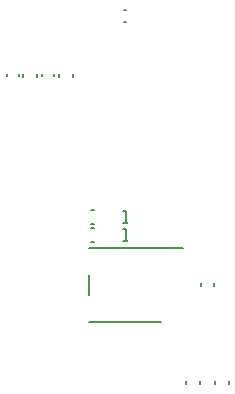
<source format=gbo>
G04*
G04 #@! TF.GenerationSoftware,Altium Limited,Altium Designer,23.3.1 (30)*
G04*
G04 Layer_Color=12040119*
%FSLAX43Y43*%
%MOMM*%
G71*
G04*
G04 #@! TF.SameCoordinates,291B95C8-E4AE-492A-8979-900EF43719B7*
G04*
G04*
G04 #@! TF.FilePolarity,Positive*
G04*
G01*
G75*
%ADD13C,0.150*%
D13*
X3918Y29630D02*
Y29870D01*
X5082Y29630D02*
Y29870D01*
X3520Y29668D02*
X3520Y29832D01*
X2480Y29668D02*
X2480Y29832D01*
X6520Y29668D02*
X6520Y29832D01*
X5480Y29668D02*
X5480Y29832D01*
X6918Y29630D02*
Y29870D01*
X8082Y29630D02*
Y29870D01*
X12574Y16709D02*
X12636Y16771D01*
X12358D02*
X12636D01*
X12574Y15797D02*
X12642Y15729D01*
X12574Y15797D02*
X12574Y16709D01*
X12364Y15729D02*
X12642D01*
X9630Y15668D02*
X9870D01*
X9630Y16832D02*
X9870D01*
X12574Y18209D02*
X12635Y18271D01*
X12358Y18271D02*
X12635Y18271D01*
X12574Y17297D02*
X12642Y17229D01*
X12574Y17297D02*
X12574Y18209D01*
X12364Y17229D02*
X12642Y17229D01*
X9630Y17168D02*
X9870D01*
X9630Y18332D02*
X9870D01*
X12418Y34230D02*
X12582Y34230D01*
X12418Y35270D02*
X12582Y35270D01*
X18918Y11880D02*
Y12120D01*
X20082Y11880D02*
Y12120D01*
X17668Y3630D02*
Y3870D01*
X18832Y3630D02*
Y3870D01*
X20168Y3630D02*
Y3870D01*
X21332Y3630D02*
Y3870D01*
X15525Y15125D02*
X17449D01*
X9475Y8875D02*
X15525D01*
X9475Y15125D02*
X15525D01*
X9462Y11181D02*
Y12821D01*
M02*

</source>
